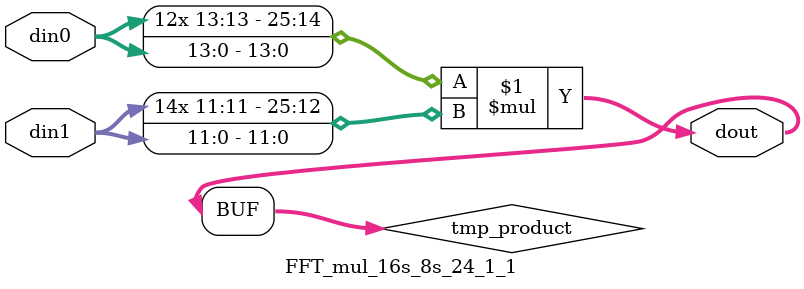
<source format=v>

`timescale 1 ns / 1 ps

  module FFT_mul_16s_8s_24_1_1(din0, din1, dout);
parameter ID = 1;
parameter NUM_STAGE = 0;
parameter din0_WIDTH = 14;
parameter din1_WIDTH = 12;
parameter dout_WIDTH = 26;

input [din0_WIDTH - 1 : 0] din0; 
input [din1_WIDTH - 1 : 0] din1; 
output [dout_WIDTH - 1 : 0] dout;

wire signed [dout_WIDTH - 1 : 0] tmp_product;













assign tmp_product = $signed(din0) * $signed(din1);








assign dout = tmp_product;







endmodule

</source>
